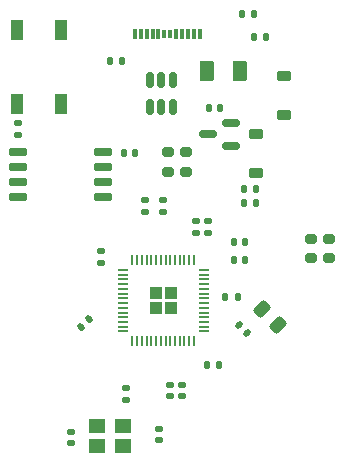
<source format=gbr>
%TF.GenerationSoftware,KiCad,Pcbnew,7.0.2*%
%TF.CreationDate,2023-06-26T23:20:29-04:00*%
%TF.ProjectId,ICOF1,49434f46-312e-46b6-9963-61645f706362,rev?*%
%TF.SameCoordinates,Original*%
%TF.FileFunction,Paste,Top*%
%TF.FilePolarity,Positive*%
%FSLAX46Y46*%
G04 Gerber Fmt 4.6, Leading zero omitted, Abs format (unit mm)*
G04 Created by KiCad (PCBNEW 7.0.2) date 2023-06-26 23:20:29*
%MOMM*%
%LPD*%
G01*
G04 APERTURE LIST*
G04 Aperture macros list*
%AMRoundRect*
0 Rectangle with rounded corners*
0 $1 Rounding radius*
0 $2 $3 $4 $5 $6 $7 $8 $9 X,Y pos of 4 corners*
0 Add a 4 corners polygon primitive as box body*
4,1,4,$2,$3,$4,$5,$6,$7,$8,$9,$2,$3,0*
0 Add four circle primitives for the rounded corners*
1,1,$1+$1,$2,$3*
1,1,$1+$1,$4,$5*
1,1,$1+$1,$6,$7*
1,1,$1+$1,$8,$9*
0 Add four rect primitives between the rounded corners*
20,1,$1+$1,$2,$3,$4,$5,0*
20,1,$1+$1,$4,$5,$6,$7,0*
20,1,$1+$1,$6,$7,$8,$9,0*
20,1,$1+$1,$8,$9,$2,$3,0*%
G04 Aperture macros list end*
%ADD10R,1.100000X1.800000*%
%ADD11RoundRect,0.140000X0.170000X-0.140000X0.170000X0.140000X-0.170000X0.140000X-0.170000X-0.140000X0*%
%ADD12RoundRect,0.200000X-0.275000X0.200000X-0.275000X-0.200000X0.275000X-0.200000X0.275000X0.200000X0*%
%ADD13RoundRect,0.150000X0.587500X0.150000X-0.587500X0.150000X-0.587500X-0.150000X0.587500X-0.150000X0*%
%ADD14RoundRect,0.140000X0.140000X0.170000X-0.140000X0.170000X-0.140000X-0.170000X0.140000X-0.170000X0*%
%ADD15RoundRect,0.200000X0.275000X-0.200000X0.275000X0.200000X-0.275000X0.200000X-0.275000X-0.200000X0*%
%ADD16RoundRect,0.140000X-0.219203X-0.021213X-0.021213X-0.219203X0.219203X0.021213X0.021213X0.219203X0*%
%ADD17RoundRect,0.135000X0.135000X0.185000X-0.135000X0.185000X-0.135000X-0.185000X0.135000X-0.185000X0*%
%ADD18R,1.400000X1.200000*%
%ADD19RoundRect,0.140000X-0.021213X0.219203X-0.219203X0.021213X0.021213X-0.219203X0.219203X-0.021213X0*%
%ADD20RoundRect,0.250000X-0.375000X-0.625000X0.375000X-0.625000X0.375000X0.625000X-0.375000X0.625000X0*%
%ADD21RoundRect,0.135000X-0.135000X-0.185000X0.135000X-0.185000X0.135000X0.185000X-0.135000X0.185000X0*%
%ADD22RoundRect,0.225000X0.375000X-0.225000X0.375000X0.225000X-0.375000X0.225000X-0.375000X-0.225000X0*%
%ADD23RoundRect,0.140000X-0.140000X-0.170000X0.140000X-0.170000X0.140000X0.170000X-0.140000X0.170000X0*%
%ADD24RoundRect,0.135000X0.185000X-0.135000X0.185000X0.135000X-0.185000X0.135000X-0.185000X-0.135000X0*%
%ADD25RoundRect,0.140000X-0.170000X0.140000X-0.170000X-0.140000X0.170000X-0.140000X0.170000X0.140000X0*%
%ADD26RoundRect,0.135000X-0.185000X0.135000X-0.185000X-0.135000X0.185000X-0.135000X0.185000X0.135000X0*%
%ADD27RoundRect,0.243750X-0.494975X-0.150260X-0.150260X-0.494975X0.494975X0.150260X0.150260X0.494975X0*%
%ADD28RoundRect,0.250000X-0.292217X-0.292217X0.292217X-0.292217X0.292217X0.292217X-0.292217X0.292217X0*%
%ADD29RoundRect,0.050000X-0.387500X-0.050000X0.387500X-0.050000X0.387500X0.050000X-0.387500X0.050000X0*%
%ADD30RoundRect,0.050000X-0.050000X-0.387500X0.050000X-0.387500X0.050000X0.387500X-0.050000X0.387500X0*%
%ADD31RoundRect,0.150000X-0.150000X0.512500X-0.150000X-0.512500X0.150000X-0.512500X0.150000X0.512500X0*%
%ADD32R,0.300000X0.900000*%
%ADD33R,0.300000X0.700000*%
%ADD34RoundRect,0.150000X-0.650000X-0.150000X0.650000X-0.150000X0.650000X0.150000X-0.650000X0.150000X0*%
G04 APERTURE END LIST*
D10*
%TO.C,SW1*%
X202051726Y-30906330D03*
X202051726Y-37106330D03*
X198351726Y-30906330D03*
X198351726Y-37106330D03*
%TD*%
D11*
%TO.C,C13*%
X205468750Y-50583125D03*
X205468750Y-49623125D03*
%TD*%
D12*
%TO.C,R5*%
X223232000Y-48547000D03*
X223232000Y-50197000D03*
%TD*%
D13*
%TO.C,U1*%
X216414000Y-40677107D03*
X216414000Y-38777107D03*
X214539000Y-39727107D03*
%TD*%
D14*
%TO.C,C2*%
X215504000Y-37487107D03*
X214544000Y-37487107D03*
%TD*%
D15*
%TO.C,R6*%
X224772000Y-50197000D03*
X224772000Y-48547000D03*
%TD*%
D16*
%TO.C,C11*%
X217150000Y-55870000D03*
X217828822Y-56548822D03*
%TD*%
D17*
%TO.C,R2*%
X207250000Y-33500000D03*
X206230000Y-33500000D03*
%TD*%
D18*
%TO.C,Y1*%
X207306978Y-64390000D03*
X205106978Y-64390000D03*
X205106978Y-66090000D03*
X207306978Y-66090000D03*
%TD*%
D19*
%TO.C,C15*%
X204449411Y-55340589D03*
X203770589Y-56019411D03*
%TD*%
D11*
%TO.C,C8*%
X210343991Y-65590000D03*
X210343991Y-64630000D03*
%TD*%
D20*
%TO.C,F1*%
X214434000Y-34367107D03*
X217234000Y-34367107D03*
%TD*%
D21*
%TO.C,R1*%
X217404000Y-29560000D03*
X218424000Y-29560000D03*
%TD*%
D22*
%TO.C,D2*%
X220954000Y-38037107D03*
X220954000Y-34737107D03*
%TD*%
D14*
%TO.C,C9*%
X218524000Y-44332107D03*
X217564000Y-44332107D03*
%TD*%
D23*
%TO.C,C1*%
X217564000Y-45532107D03*
X218524000Y-45532107D03*
%TD*%
D21*
%TO.C,R4*%
X215980000Y-53480000D03*
X217000000Y-53480000D03*
%TD*%
D11*
%TO.C,C4*%
X213469750Y-48043125D03*
X213469750Y-47083125D03*
%TD*%
D24*
%TO.C,R11*%
X207560000Y-62250000D03*
X207560000Y-61230000D03*
%TD*%
D25*
%TO.C,C6*%
X212320000Y-60920000D03*
X212320000Y-61880000D03*
%TD*%
D23*
%TO.C,C16*%
X216701000Y-48817357D03*
X217661000Y-48817357D03*
%TD*%
D11*
%TO.C,C12*%
X214485750Y-48043125D03*
X214485750Y-47083125D03*
%TD*%
D23*
%TO.C,C3*%
X207370000Y-41300000D03*
X208330000Y-41300000D03*
%TD*%
D25*
%TO.C,C7*%
X202920000Y-64880000D03*
X202920000Y-65840000D03*
%TD*%
D21*
%TO.C,REF\u002A\u002A*%
X214390000Y-59240000D03*
X215410000Y-59240000D03*
%TD*%
D12*
%TO.C,R9*%
X212664000Y-41222107D03*
X212664000Y-42872107D03*
%TD*%
D26*
%TO.C,R10*%
X198380423Y-38729478D03*
X198380423Y-39749478D03*
%TD*%
D12*
%TO.C,R8*%
X211134000Y-41222107D03*
X211134000Y-42872107D03*
%TD*%
D11*
%TO.C,C10*%
X210704000Y-46249357D03*
X210704000Y-45289357D03*
%TD*%
D22*
%TO.C,D1*%
X218574000Y-42967107D03*
X218574000Y-39667107D03*
%TD*%
D25*
%TO.C,C14*%
X211270000Y-60920000D03*
X211270000Y-61880000D03*
%TD*%
D27*
%TO.C,D3*%
X219057087Y-54517087D03*
X220382913Y-55842913D03*
%TD*%
D28*
%TO.C,U3*%
X210066500Y-53164607D03*
X210066500Y-54439607D03*
X211341500Y-53164607D03*
X211341500Y-54439607D03*
D29*
X207266500Y-51202107D03*
X207266500Y-51602107D03*
X207266500Y-52002107D03*
X207266500Y-52402107D03*
X207266500Y-52802107D03*
X207266500Y-53202107D03*
X207266500Y-53602107D03*
X207266500Y-54002107D03*
X207266500Y-54402107D03*
X207266500Y-54802107D03*
X207266500Y-55202107D03*
X207266500Y-55602107D03*
X207266500Y-56002107D03*
X207266500Y-56402107D03*
D30*
X208104000Y-57239607D03*
X208504000Y-57239607D03*
X208904000Y-57239607D03*
X209304000Y-57239607D03*
X209704000Y-57239607D03*
X210104000Y-57239607D03*
X210504000Y-57239607D03*
X210904000Y-57239607D03*
X211304000Y-57239607D03*
X211704000Y-57239607D03*
X212104000Y-57239607D03*
X212504000Y-57239607D03*
X212904000Y-57239607D03*
X213304000Y-57239607D03*
D29*
X214141500Y-56402107D03*
X214141500Y-56002107D03*
X214141500Y-55602107D03*
X214141500Y-55202107D03*
X214141500Y-54802107D03*
X214141500Y-54402107D03*
X214141500Y-54002107D03*
X214141500Y-53602107D03*
X214141500Y-53202107D03*
X214141500Y-52802107D03*
X214141500Y-52402107D03*
X214141500Y-52002107D03*
X214141500Y-51602107D03*
X214141500Y-51202107D03*
D30*
X213304000Y-50364607D03*
X212904000Y-50364607D03*
X212504000Y-50364607D03*
X212104000Y-50364607D03*
X211704000Y-50364607D03*
X211304000Y-50364607D03*
X210904000Y-50364607D03*
X210504000Y-50364607D03*
X210104000Y-50364607D03*
X209704000Y-50364607D03*
X209304000Y-50364607D03*
X208904000Y-50364607D03*
X208504000Y-50364607D03*
X208104000Y-50364607D03*
%TD*%
D11*
%TO.C,C5*%
X209180000Y-46249357D03*
X209180000Y-45289357D03*
%TD*%
D31*
%TO.C,U2*%
X211498000Y-35119607D03*
X210548000Y-35119607D03*
X209598000Y-35119607D03*
X209598000Y-37394607D03*
X210548000Y-37394607D03*
X211498000Y-37394607D03*
%TD*%
D23*
%TO.C,C17*%
X216701000Y-50341357D03*
X217661000Y-50341357D03*
%TD*%
D21*
%TO.C,R3*%
X218420000Y-31465000D03*
X219440000Y-31465000D03*
%TD*%
D32*
%TO.C,J1*%
X213806000Y-31216000D03*
X213306000Y-31216000D03*
X212806000Y-31216000D03*
X212306000Y-31216000D03*
X211806000Y-31216000D03*
D33*
X211306000Y-31216000D03*
X210806000Y-31216000D03*
D32*
X210306000Y-31216000D03*
X209806000Y-31216000D03*
X209306000Y-31216000D03*
X208806000Y-31216000D03*
X208306000Y-31216000D03*
%TD*%
D34*
%TO.C,U4*%
X198380000Y-41195000D03*
X198380000Y-42465000D03*
X198380000Y-43735000D03*
X198380000Y-45005000D03*
X205580000Y-45005000D03*
X205580000Y-43735000D03*
X205580000Y-42465000D03*
X205580000Y-41195000D03*
%TD*%
M02*

</source>
